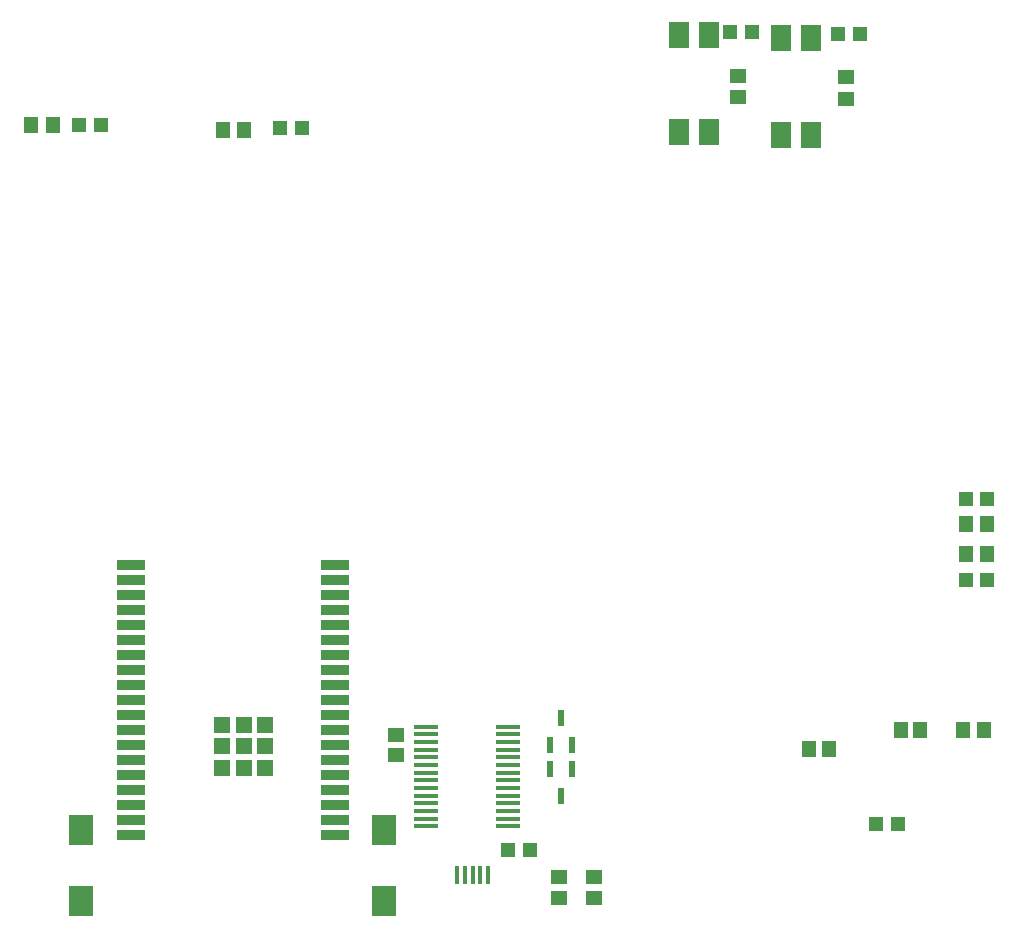
<source format=gtp>
G04*
G04 #@! TF.GenerationSoftware,Altium Limited,Altium Designer,21.5.1 (32)*
G04*
G04 Layer_Color=8421504*
%FSAX24Y24*%
%MOIN*%
G70*
G04*
G04 #@! TF.SameCoordinates,E50B5674-5FFA-4352-8543-23BF37AEB5C9*
G04*
G04*
G04 #@! TF.FilePolarity,Positive*
G04*
G01*
G75*
%ADD37R,0.0236X0.0571*%
%ADD38R,0.0669X0.0866*%
%ADD39R,0.0492X0.0512*%
%ADD40R,0.0472X0.0551*%
%ADD41R,0.0787X0.0984*%
%ADD42R,0.0551X0.0472*%
%ADD43R,0.0807X0.0155*%
%ADD44R,0.0965X0.0354*%
%ADD45R,0.0524X0.0524*%
%ADD46R,0.0177X0.0591*%
%ADD47R,0.0492X0.0551*%
%ADD48R,0.0551X0.0492*%
D37*
X030150Y016187D02*
D03*
X029776Y017113D02*
D03*
X030524D02*
D03*
X030150Y018813D02*
D03*
X030524Y017887D02*
D03*
X029776D02*
D03*
D38*
X035100Y041564D02*
D03*
X034100D02*
D03*
Y038336D02*
D03*
X035100D02*
D03*
X038500Y038236D02*
D03*
X037500D02*
D03*
Y041464D02*
D03*
X038500D02*
D03*
D39*
X043640Y023400D02*
D03*
X044360D02*
D03*
X036510Y041650D02*
D03*
X035790D02*
D03*
X020790Y038450D02*
D03*
X021510D02*
D03*
X014810Y038550D02*
D03*
X014090D02*
D03*
X040650Y015250D02*
D03*
X041370D02*
D03*
X043640Y026100D02*
D03*
X044360D02*
D03*
X039390Y041600D02*
D03*
X040110D02*
D03*
X029110Y014400D02*
D03*
X028390D02*
D03*
D40*
X043646Y024250D02*
D03*
X044354D02*
D03*
X044254Y018400D02*
D03*
X043546D02*
D03*
X044354Y025250D02*
D03*
X043646D02*
D03*
X013204Y038550D02*
D03*
X012496D02*
D03*
X018891Y038400D02*
D03*
X019600D02*
D03*
D41*
X014150Y015062D02*
D03*
Y012700D02*
D03*
X024250Y012700D02*
D03*
Y015062D02*
D03*
D42*
X031250Y012796D02*
D03*
Y013504D02*
D03*
X030100D02*
D03*
Y012796D02*
D03*
X036050Y039496D02*
D03*
Y040204D02*
D03*
X039650Y040154D02*
D03*
Y039446D02*
D03*
D43*
X028400Y015182D02*
D03*
Y015438D02*
D03*
Y015694D02*
D03*
Y015950D02*
D03*
Y016206D02*
D03*
Y016462D02*
D03*
Y016718D02*
D03*
Y016974D02*
D03*
Y017230D02*
D03*
Y017485D02*
D03*
Y017741D02*
D03*
Y017997D02*
D03*
Y018253D02*
D03*
Y018509D02*
D03*
X025664Y015182D02*
D03*
Y015438D02*
D03*
Y015694D02*
D03*
Y015950D02*
D03*
Y016206D02*
D03*
Y016462D02*
D03*
Y016718D02*
D03*
Y016974D02*
D03*
Y017230D02*
D03*
Y017485D02*
D03*
Y017741D02*
D03*
Y017997D02*
D03*
Y018253D02*
D03*
Y018509D02*
D03*
D44*
X022624Y015397D02*
D03*
Y016397D02*
D03*
Y015897D02*
D03*
Y017897D02*
D03*
Y018397D02*
D03*
Y017397D02*
D03*
Y016897D02*
D03*
Y020897D02*
D03*
Y021397D02*
D03*
Y022397D02*
D03*
Y021897D02*
D03*
Y019897D02*
D03*
Y020397D02*
D03*
Y019397D02*
D03*
Y018897D02*
D03*
Y023397D02*
D03*
Y022897D02*
D03*
X015813Y014897D02*
D03*
X022624D02*
D03*
X015813Y015397D02*
D03*
Y015897D02*
D03*
Y016397D02*
D03*
Y016897D02*
D03*
Y017397D02*
D03*
Y017897D02*
D03*
Y018397D02*
D03*
Y018897D02*
D03*
Y019397D02*
D03*
Y019897D02*
D03*
Y020397D02*
D03*
Y020897D02*
D03*
Y021397D02*
D03*
Y021897D02*
D03*
Y022397D02*
D03*
Y022897D02*
D03*
Y023397D02*
D03*
Y023897D02*
D03*
X022624D02*
D03*
D45*
X019572Y017850D02*
D03*
Y017128D02*
D03*
Y018572D02*
D03*
X018850Y017128D02*
D03*
X020295D02*
D03*
X018850Y017850D02*
D03*
X020295D02*
D03*
X018850Y018572D02*
D03*
X020295D02*
D03*
D46*
X027714Y013552D02*
D03*
X027458D02*
D03*
X027202D02*
D03*
X026946D02*
D03*
X026691D02*
D03*
D47*
X038420Y017750D02*
D03*
X039080D02*
D03*
X042130Y018400D02*
D03*
X041470D02*
D03*
D48*
X024650Y017570D02*
D03*
Y018230D02*
D03*
M02*

</source>
